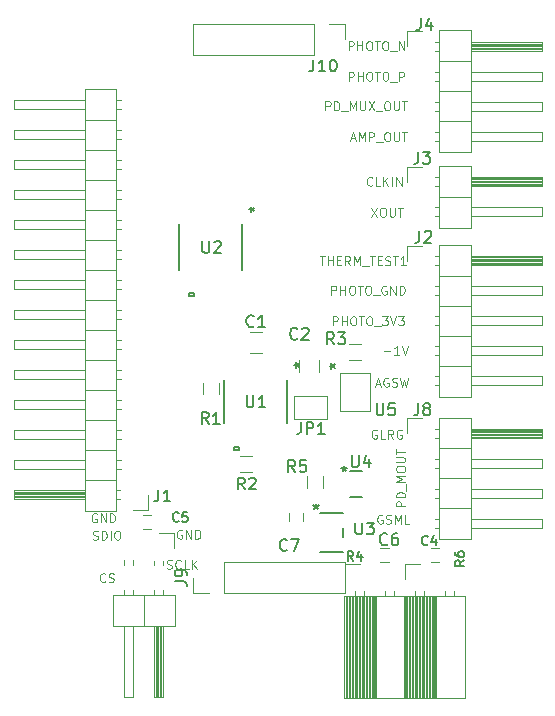
<source format=gto>
%TF.GenerationSoftware,KiCad,Pcbnew,(5.1.6-0-10_14)*%
%TF.CreationDate,2021-04-14T19:14:16+09:00*%
%TF.ProjectId,qPCR-photosensing,71504352-2d70-4686-9f74-6f73656e7369,rev?*%
%TF.SameCoordinates,Original*%
%TF.FileFunction,Legend,Top*%
%TF.FilePolarity,Positive*%
%FSLAX46Y46*%
G04 Gerber Fmt 4.6, Leading zero omitted, Abs format (unit mm)*
G04 Created by KiCad (PCBNEW (5.1.6-0-10_14)) date 2021-04-14 19:14:16*
%MOMM*%
%LPD*%
G01*
G04 APERTURE LIST*
%ADD10C,0.125000*%
%ADD11C,0.152400*%
%ADD12C,0.120000*%
%ADD13C,0.150000*%
G04 APERTURE END LIST*
D10*
X107807142Y-104725000D02*
X107735714Y-104689285D01*
X107628571Y-104689285D01*
X107521428Y-104725000D01*
X107450000Y-104796428D01*
X107414285Y-104867857D01*
X107378571Y-105010714D01*
X107378571Y-105117857D01*
X107414285Y-105260714D01*
X107450000Y-105332142D01*
X107521428Y-105403571D01*
X107628571Y-105439285D01*
X107700000Y-105439285D01*
X107807142Y-105403571D01*
X107842857Y-105367857D01*
X107842857Y-105117857D01*
X107700000Y-105117857D01*
X108128571Y-105403571D02*
X108235714Y-105439285D01*
X108414285Y-105439285D01*
X108485714Y-105403571D01*
X108521428Y-105367857D01*
X108557142Y-105296428D01*
X108557142Y-105225000D01*
X108521428Y-105153571D01*
X108485714Y-105117857D01*
X108414285Y-105082142D01*
X108271428Y-105046428D01*
X108200000Y-105010714D01*
X108164285Y-104975000D01*
X108128571Y-104903571D01*
X108128571Y-104832142D01*
X108164285Y-104760714D01*
X108200000Y-104725000D01*
X108271428Y-104689285D01*
X108450000Y-104689285D01*
X108557142Y-104725000D01*
X108878571Y-105439285D02*
X108878571Y-104689285D01*
X109128571Y-105225000D01*
X109378571Y-104689285D01*
X109378571Y-105439285D01*
X110092857Y-105439285D02*
X109735714Y-105439285D01*
X109735714Y-104689285D01*
X109739285Y-103957142D02*
X108989285Y-103957142D01*
X108989285Y-103671428D01*
X109025000Y-103600000D01*
X109060714Y-103564285D01*
X109132142Y-103528571D01*
X109239285Y-103528571D01*
X109310714Y-103564285D01*
X109346428Y-103600000D01*
X109382142Y-103671428D01*
X109382142Y-103957142D01*
X109739285Y-103207142D02*
X108989285Y-103207142D01*
X108989285Y-103028571D01*
X109025000Y-102921428D01*
X109096428Y-102850000D01*
X109167857Y-102814285D01*
X109310714Y-102778571D01*
X109417857Y-102778571D01*
X109560714Y-102814285D01*
X109632142Y-102850000D01*
X109703571Y-102921428D01*
X109739285Y-103028571D01*
X109739285Y-103207142D01*
X109810714Y-102635714D02*
X109810714Y-102064285D01*
X109739285Y-101885714D02*
X108989285Y-101885714D01*
X109525000Y-101635714D01*
X108989285Y-101385714D01*
X109739285Y-101385714D01*
X108989285Y-100885714D02*
X108989285Y-100742857D01*
X109025000Y-100671428D01*
X109096428Y-100600000D01*
X109239285Y-100564285D01*
X109489285Y-100564285D01*
X109632142Y-100600000D01*
X109703571Y-100671428D01*
X109739285Y-100742857D01*
X109739285Y-100885714D01*
X109703571Y-100957142D01*
X109632142Y-101028571D01*
X109489285Y-101064285D01*
X109239285Y-101064285D01*
X109096428Y-101028571D01*
X109025000Y-100957142D01*
X108989285Y-100885714D01*
X108989285Y-100242857D02*
X109596428Y-100242857D01*
X109667857Y-100207142D01*
X109703571Y-100171428D01*
X109739285Y-100100000D01*
X109739285Y-99957142D01*
X109703571Y-99885714D01*
X109667857Y-99850000D01*
X109596428Y-99814285D01*
X108989285Y-99814285D01*
X108989285Y-99564285D02*
X108989285Y-99135714D01*
X109739285Y-99350000D02*
X108989285Y-99350000D01*
X107342857Y-97525000D02*
X107271428Y-97489285D01*
X107164285Y-97489285D01*
X107057142Y-97525000D01*
X106985714Y-97596428D01*
X106950000Y-97667857D01*
X106914285Y-97810714D01*
X106914285Y-97917857D01*
X106950000Y-98060714D01*
X106985714Y-98132142D01*
X107057142Y-98203571D01*
X107164285Y-98239285D01*
X107235714Y-98239285D01*
X107342857Y-98203571D01*
X107378571Y-98167857D01*
X107378571Y-97917857D01*
X107235714Y-97917857D01*
X108057142Y-98239285D02*
X107700000Y-98239285D01*
X107700000Y-97489285D01*
X108735714Y-98239285D02*
X108485714Y-97882142D01*
X108307142Y-98239285D02*
X108307142Y-97489285D01*
X108592857Y-97489285D01*
X108664285Y-97525000D01*
X108700000Y-97560714D01*
X108735714Y-97632142D01*
X108735714Y-97739285D01*
X108700000Y-97810714D01*
X108664285Y-97846428D01*
X108592857Y-97882142D01*
X108307142Y-97882142D01*
X109450000Y-97525000D02*
X109378571Y-97489285D01*
X109271428Y-97489285D01*
X109164285Y-97525000D01*
X109092857Y-97596428D01*
X109057142Y-97667857D01*
X109021428Y-97810714D01*
X109021428Y-97917857D01*
X109057142Y-98060714D01*
X109092857Y-98132142D01*
X109164285Y-98203571D01*
X109271428Y-98239285D01*
X109342857Y-98239285D01*
X109450000Y-98203571D01*
X109485714Y-98167857D01*
X109485714Y-97917857D01*
X109342857Y-97917857D01*
X107260714Y-93625000D02*
X107617857Y-93625000D01*
X107189285Y-93839285D02*
X107439285Y-93089285D01*
X107689285Y-93839285D01*
X108332142Y-93125000D02*
X108260714Y-93089285D01*
X108153571Y-93089285D01*
X108046428Y-93125000D01*
X107975000Y-93196428D01*
X107939285Y-93267857D01*
X107903571Y-93410714D01*
X107903571Y-93517857D01*
X107939285Y-93660714D01*
X107975000Y-93732142D01*
X108046428Y-93803571D01*
X108153571Y-93839285D01*
X108225000Y-93839285D01*
X108332142Y-93803571D01*
X108367857Y-93767857D01*
X108367857Y-93517857D01*
X108225000Y-93517857D01*
X108653571Y-93803571D02*
X108760714Y-93839285D01*
X108939285Y-93839285D01*
X109010714Y-93803571D01*
X109046428Y-93767857D01*
X109082142Y-93696428D01*
X109082142Y-93625000D01*
X109046428Y-93553571D01*
X109010714Y-93517857D01*
X108939285Y-93482142D01*
X108796428Y-93446428D01*
X108725000Y-93410714D01*
X108689285Y-93375000D01*
X108653571Y-93303571D01*
X108653571Y-93232142D01*
X108689285Y-93160714D01*
X108725000Y-93125000D01*
X108796428Y-93089285D01*
X108975000Y-93089285D01*
X109082142Y-93125000D01*
X109332142Y-93089285D02*
X109510714Y-93839285D01*
X109653571Y-93303571D01*
X109796428Y-93839285D01*
X109975000Y-93089285D01*
X107935714Y-90853571D02*
X108507142Y-90853571D01*
X109257142Y-91139285D02*
X108828571Y-91139285D01*
X109042857Y-91139285D02*
X109042857Y-90389285D01*
X108971428Y-90496428D01*
X108900000Y-90567857D01*
X108828571Y-90603571D01*
X109471428Y-90389285D02*
X109721428Y-91139285D01*
X109971428Y-90389285D01*
X103617857Y-88639285D02*
X103617857Y-87889285D01*
X103903571Y-87889285D01*
X103975000Y-87925000D01*
X104010714Y-87960714D01*
X104046428Y-88032142D01*
X104046428Y-88139285D01*
X104010714Y-88210714D01*
X103975000Y-88246428D01*
X103903571Y-88282142D01*
X103617857Y-88282142D01*
X104367857Y-88639285D02*
X104367857Y-87889285D01*
X104367857Y-88246428D02*
X104796428Y-88246428D01*
X104796428Y-88639285D02*
X104796428Y-87889285D01*
X105296428Y-87889285D02*
X105439285Y-87889285D01*
X105510714Y-87925000D01*
X105582142Y-87996428D01*
X105617857Y-88139285D01*
X105617857Y-88389285D01*
X105582142Y-88532142D01*
X105510714Y-88603571D01*
X105439285Y-88639285D01*
X105296428Y-88639285D01*
X105225000Y-88603571D01*
X105153571Y-88532142D01*
X105117857Y-88389285D01*
X105117857Y-88139285D01*
X105153571Y-87996428D01*
X105225000Y-87925000D01*
X105296428Y-87889285D01*
X105832142Y-87889285D02*
X106260714Y-87889285D01*
X106046428Y-88639285D02*
X106046428Y-87889285D01*
X106653571Y-87889285D02*
X106796428Y-87889285D01*
X106867857Y-87925000D01*
X106939285Y-87996428D01*
X106975000Y-88139285D01*
X106975000Y-88389285D01*
X106939285Y-88532142D01*
X106867857Y-88603571D01*
X106796428Y-88639285D01*
X106653571Y-88639285D01*
X106582142Y-88603571D01*
X106510714Y-88532142D01*
X106475000Y-88389285D01*
X106475000Y-88139285D01*
X106510714Y-87996428D01*
X106582142Y-87925000D01*
X106653571Y-87889285D01*
X107117857Y-88710714D02*
X107689285Y-88710714D01*
X107796428Y-87889285D02*
X108260714Y-87889285D01*
X108010714Y-88175000D01*
X108117857Y-88175000D01*
X108189285Y-88210714D01*
X108225000Y-88246428D01*
X108260714Y-88317857D01*
X108260714Y-88496428D01*
X108225000Y-88567857D01*
X108189285Y-88603571D01*
X108117857Y-88639285D01*
X107903571Y-88639285D01*
X107832142Y-88603571D01*
X107796428Y-88567857D01*
X108475000Y-87889285D02*
X108725000Y-88639285D01*
X108975000Y-87889285D01*
X109153571Y-87889285D02*
X109617857Y-87889285D01*
X109367857Y-88175000D01*
X109475000Y-88175000D01*
X109546428Y-88210714D01*
X109582142Y-88246428D01*
X109617857Y-88317857D01*
X109617857Y-88496428D01*
X109582142Y-88567857D01*
X109546428Y-88603571D01*
X109475000Y-88639285D01*
X109260714Y-88639285D01*
X109189285Y-88603571D01*
X109153571Y-88567857D01*
X103510714Y-86039285D02*
X103510714Y-85289285D01*
X103796428Y-85289285D01*
X103867857Y-85325000D01*
X103903571Y-85360714D01*
X103939285Y-85432142D01*
X103939285Y-85539285D01*
X103903571Y-85610714D01*
X103867857Y-85646428D01*
X103796428Y-85682142D01*
X103510714Y-85682142D01*
X104260714Y-86039285D02*
X104260714Y-85289285D01*
X104260714Y-85646428D02*
X104689285Y-85646428D01*
X104689285Y-86039285D02*
X104689285Y-85289285D01*
X105189285Y-85289285D02*
X105332142Y-85289285D01*
X105403571Y-85325000D01*
X105475000Y-85396428D01*
X105510714Y-85539285D01*
X105510714Y-85789285D01*
X105475000Y-85932142D01*
X105403571Y-86003571D01*
X105332142Y-86039285D01*
X105189285Y-86039285D01*
X105117857Y-86003571D01*
X105046428Y-85932142D01*
X105010714Y-85789285D01*
X105010714Y-85539285D01*
X105046428Y-85396428D01*
X105117857Y-85325000D01*
X105189285Y-85289285D01*
X105725000Y-85289285D02*
X106153571Y-85289285D01*
X105939285Y-86039285D02*
X105939285Y-85289285D01*
X106546428Y-85289285D02*
X106689285Y-85289285D01*
X106760714Y-85325000D01*
X106832142Y-85396428D01*
X106867857Y-85539285D01*
X106867857Y-85789285D01*
X106832142Y-85932142D01*
X106760714Y-86003571D01*
X106689285Y-86039285D01*
X106546428Y-86039285D01*
X106475000Y-86003571D01*
X106403571Y-85932142D01*
X106367857Y-85789285D01*
X106367857Y-85539285D01*
X106403571Y-85396428D01*
X106475000Y-85325000D01*
X106546428Y-85289285D01*
X107010714Y-86110714D02*
X107582142Y-86110714D01*
X108153571Y-85325000D02*
X108082142Y-85289285D01*
X107975000Y-85289285D01*
X107867857Y-85325000D01*
X107796428Y-85396428D01*
X107760714Y-85467857D01*
X107725000Y-85610714D01*
X107725000Y-85717857D01*
X107760714Y-85860714D01*
X107796428Y-85932142D01*
X107867857Y-86003571D01*
X107975000Y-86039285D01*
X108046428Y-86039285D01*
X108153571Y-86003571D01*
X108189285Y-85967857D01*
X108189285Y-85717857D01*
X108046428Y-85717857D01*
X108510714Y-86039285D02*
X108510714Y-85289285D01*
X108939285Y-86039285D01*
X108939285Y-85289285D01*
X109296428Y-86039285D02*
X109296428Y-85289285D01*
X109475000Y-85289285D01*
X109582142Y-85325000D01*
X109653571Y-85396428D01*
X109689285Y-85467857D01*
X109725000Y-85610714D01*
X109725000Y-85717857D01*
X109689285Y-85860714D01*
X109653571Y-85932142D01*
X109582142Y-86003571D01*
X109475000Y-86039285D01*
X109296428Y-86039285D01*
X102539285Y-82789285D02*
X102967857Y-82789285D01*
X102753571Y-83539285D02*
X102753571Y-82789285D01*
X103217857Y-83539285D02*
X103217857Y-82789285D01*
X103217857Y-83146428D02*
X103646428Y-83146428D01*
X103646428Y-83539285D02*
X103646428Y-82789285D01*
X104003571Y-83146428D02*
X104253571Y-83146428D01*
X104360714Y-83539285D02*
X104003571Y-83539285D01*
X104003571Y-82789285D01*
X104360714Y-82789285D01*
X105110714Y-83539285D02*
X104860714Y-83182142D01*
X104682142Y-83539285D02*
X104682142Y-82789285D01*
X104967857Y-82789285D01*
X105039285Y-82825000D01*
X105075000Y-82860714D01*
X105110714Y-82932142D01*
X105110714Y-83039285D01*
X105075000Y-83110714D01*
X105039285Y-83146428D01*
X104967857Y-83182142D01*
X104682142Y-83182142D01*
X105432142Y-83539285D02*
X105432142Y-82789285D01*
X105682142Y-83325000D01*
X105932142Y-82789285D01*
X105932142Y-83539285D01*
X106110714Y-83610714D02*
X106682142Y-83610714D01*
X106753571Y-82789285D02*
X107182142Y-82789285D01*
X106967857Y-83539285D02*
X106967857Y-82789285D01*
X107432142Y-83146428D02*
X107682142Y-83146428D01*
X107789285Y-83539285D02*
X107432142Y-83539285D01*
X107432142Y-82789285D01*
X107789285Y-82789285D01*
X108075000Y-83503571D02*
X108182142Y-83539285D01*
X108360714Y-83539285D01*
X108432142Y-83503571D01*
X108467857Y-83467857D01*
X108503571Y-83396428D01*
X108503571Y-83325000D01*
X108467857Y-83253571D01*
X108432142Y-83217857D01*
X108360714Y-83182142D01*
X108217857Y-83146428D01*
X108146428Y-83110714D01*
X108110714Y-83075000D01*
X108075000Y-83003571D01*
X108075000Y-82932142D01*
X108110714Y-82860714D01*
X108146428Y-82825000D01*
X108217857Y-82789285D01*
X108396428Y-82789285D01*
X108503571Y-82825000D01*
X108717857Y-82789285D02*
X109146428Y-82789285D01*
X108932142Y-83539285D02*
X108932142Y-82789285D01*
X109789285Y-83539285D02*
X109360714Y-83539285D01*
X109575000Y-83539285D02*
X109575000Y-82789285D01*
X109503571Y-82896428D01*
X109432142Y-82967857D01*
X109360714Y-83003571D01*
X106878571Y-78689285D02*
X107378571Y-79439285D01*
X107378571Y-78689285D02*
X106878571Y-79439285D01*
X107807142Y-78689285D02*
X107950000Y-78689285D01*
X108021428Y-78725000D01*
X108092857Y-78796428D01*
X108128571Y-78939285D01*
X108128571Y-79189285D01*
X108092857Y-79332142D01*
X108021428Y-79403571D01*
X107950000Y-79439285D01*
X107807142Y-79439285D01*
X107735714Y-79403571D01*
X107664285Y-79332142D01*
X107628571Y-79189285D01*
X107628571Y-78939285D01*
X107664285Y-78796428D01*
X107735714Y-78725000D01*
X107807142Y-78689285D01*
X108450000Y-78689285D02*
X108450000Y-79296428D01*
X108485714Y-79367857D01*
X108521428Y-79403571D01*
X108592857Y-79439285D01*
X108735714Y-79439285D01*
X108807142Y-79403571D01*
X108842857Y-79367857D01*
X108878571Y-79296428D01*
X108878571Y-78689285D01*
X109128571Y-78689285D02*
X109557142Y-78689285D01*
X109342857Y-79439285D02*
X109342857Y-78689285D01*
X106982142Y-76767857D02*
X106946428Y-76803571D01*
X106839285Y-76839285D01*
X106767857Y-76839285D01*
X106660714Y-76803571D01*
X106589285Y-76732142D01*
X106553571Y-76660714D01*
X106517857Y-76517857D01*
X106517857Y-76410714D01*
X106553571Y-76267857D01*
X106589285Y-76196428D01*
X106660714Y-76125000D01*
X106767857Y-76089285D01*
X106839285Y-76089285D01*
X106946428Y-76125000D01*
X106982142Y-76160714D01*
X107660714Y-76839285D02*
X107303571Y-76839285D01*
X107303571Y-76089285D01*
X107910714Y-76839285D02*
X107910714Y-76089285D01*
X108339285Y-76839285D02*
X108017857Y-76410714D01*
X108339285Y-76089285D02*
X107910714Y-76517857D01*
X108660714Y-76839285D02*
X108660714Y-76089285D01*
X109017857Y-76839285D02*
X109017857Y-76089285D01*
X109446428Y-76839285D01*
X109446428Y-76089285D01*
X105160714Y-72825000D02*
X105517857Y-72825000D01*
X105089285Y-73039285D02*
X105339285Y-72289285D01*
X105589285Y-73039285D01*
X105839285Y-73039285D02*
X105839285Y-72289285D01*
X106089285Y-72825000D01*
X106339285Y-72289285D01*
X106339285Y-73039285D01*
X106696428Y-73039285D02*
X106696428Y-72289285D01*
X106982142Y-72289285D01*
X107053571Y-72325000D01*
X107089285Y-72360714D01*
X107125000Y-72432142D01*
X107125000Y-72539285D01*
X107089285Y-72610714D01*
X107053571Y-72646428D01*
X106982142Y-72682142D01*
X106696428Y-72682142D01*
X107267857Y-73110714D02*
X107839285Y-73110714D01*
X108160714Y-72289285D02*
X108303571Y-72289285D01*
X108375000Y-72325000D01*
X108446428Y-72396428D01*
X108482142Y-72539285D01*
X108482142Y-72789285D01*
X108446428Y-72932142D01*
X108375000Y-73003571D01*
X108303571Y-73039285D01*
X108160714Y-73039285D01*
X108089285Y-73003571D01*
X108017857Y-72932142D01*
X107982142Y-72789285D01*
X107982142Y-72539285D01*
X108017857Y-72396428D01*
X108089285Y-72325000D01*
X108160714Y-72289285D01*
X108803571Y-72289285D02*
X108803571Y-72896428D01*
X108839285Y-72967857D01*
X108875000Y-73003571D01*
X108946428Y-73039285D01*
X109089285Y-73039285D01*
X109160714Y-73003571D01*
X109196428Y-72967857D01*
X109232142Y-72896428D01*
X109232142Y-72289285D01*
X109482142Y-72289285D02*
X109910714Y-72289285D01*
X109696428Y-73039285D02*
X109696428Y-72289285D01*
X103007142Y-70439285D02*
X103007142Y-69689285D01*
X103292857Y-69689285D01*
X103364285Y-69725000D01*
X103400000Y-69760714D01*
X103435714Y-69832142D01*
X103435714Y-69939285D01*
X103400000Y-70010714D01*
X103364285Y-70046428D01*
X103292857Y-70082142D01*
X103007142Y-70082142D01*
X103757142Y-70439285D02*
X103757142Y-69689285D01*
X103935714Y-69689285D01*
X104042857Y-69725000D01*
X104114285Y-69796428D01*
X104150000Y-69867857D01*
X104185714Y-70010714D01*
X104185714Y-70117857D01*
X104150000Y-70260714D01*
X104114285Y-70332142D01*
X104042857Y-70403571D01*
X103935714Y-70439285D01*
X103757142Y-70439285D01*
X104328571Y-70510714D02*
X104900000Y-70510714D01*
X105078571Y-70439285D02*
X105078571Y-69689285D01*
X105328571Y-70225000D01*
X105578571Y-69689285D01*
X105578571Y-70439285D01*
X105935714Y-69689285D02*
X105935714Y-70296428D01*
X105971428Y-70367857D01*
X106007142Y-70403571D01*
X106078571Y-70439285D01*
X106221428Y-70439285D01*
X106292857Y-70403571D01*
X106328571Y-70367857D01*
X106364285Y-70296428D01*
X106364285Y-69689285D01*
X106650000Y-69689285D02*
X107150000Y-70439285D01*
X107150000Y-69689285D02*
X106650000Y-70439285D01*
X107257142Y-70510714D02*
X107828571Y-70510714D01*
X108150000Y-69689285D02*
X108292857Y-69689285D01*
X108364285Y-69725000D01*
X108435714Y-69796428D01*
X108471428Y-69939285D01*
X108471428Y-70189285D01*
X108435714Y-70332142D01*
X108364285Y-70403571D01*
X108292857Y-70439285D01*
X108150000Y-70439285D01*
X108078571Y-70403571D01*
X108007142Y-70332142D01*
X107971428Y-70189285D01*
X107971428Y-69939285D01*
X108007142Y-69796428D01*
X108078571Y-69725000D01*
X108150000Y-69689285D01*
X108792857Y-69689285D02*
X108792857Y-70296428D01*
X108828571Y-70367857D01*
X108864285Y-70403571D01*
X108935714Y-70439285D01*
X109078571Y-70439285D01*
X109150000Y-70403571D01*
X109185714Y-70367857D01*
X109221428Y-70296428D01*
X109221428Y-69689285D01*
X109471428Y-69689285D02*
X109900000Y-69689285D01*
X109685714Y-70439285D02*
X109685714Y-69689285D01*
X104978571Y-67939285D02*
X104978571Y-67189285D01*
X105264285Y-67189285D01*
X105335714Y-67225000D01*
X105371428Y-67260714D01*
X105407142Y-67332142D01*
X105407142Y-67439285D01*
X105371428Y-67510714D01*
X105335714Y-67546428D01*
X105264285Y-67582142D01*
X104978571Y-67582142D01*
X105728571Y-67939285D02*
X105728571Y-67189285D01*
X105728571Y-67546428D02*
X106157142Y-67546428D01*
X106157142Y-67939285D02*
X106157142Y-67189285D01*
X106657142Y-67189285D02*
X106800000Y-67189285D01*
X106871428Y-67225000D01*
X106942857Y-67296428D01*
X106978571Y-67439285D01*
X106978571Y-67689285D01*
X106942857Y-67832142D01*
X106871428Y-67903571D01*
X106800000Y-67939285D01*
X106657142Y-67939285D01*
X106585714Y-67903571D01*
X106514285Y-67832142D01*
X106478571Y-67689285D01*
X106478571Y-67439285D01*
X106514285Y-67296428D01*
X106585714Y-67225000D01*
X106657142Y-67189285D01*
X107192857Y-67189285D02*
X107621428Y-67189285D01*
X107407142Y-67939285D02*
X107407142Y-67189285D01*
X108014285Y-67189285D02*
X108157142Y-67189285D01*
X108228571Y-67225000D01*
X108300000Y-67296428D01*
X108335714Y-67439285D01*
X108335714Y-67689285D01*
X108300000Y-67832142D01*
X108228571Y-67903571D01*
X108157142Y-67939285D01*
X108014285Y-67939285D01*
X107942857Y-67903571D01*
X107871428Y-67832142D01*
X107835714Y-67689285D01*
X107835714Y-67439285D01*
X107871428Y-67296428D01*
X107942857Y-67225000D01*
X108014285Y-67189285D01*
X108478571Y-68010714D02*
X109050000Y-68010714D01*
X109228571Y-67939285D02*
X109228571Y-67189285D01*
X109514285Y-67189285D01*
X109585714Y-67225000D01*
X109621428Y-67260714D01*
X109657142Y-67332142D01*
X109657142Y-67439285D01*
X109621428Y-67510714D01*
X109585714Y-67546428D01*
X109514285Y-67582142D01*
X109228571Y-67582142D01*
X104960714Y-65339285D02*
X104960714Y-64589285D01*
X105246428Y-64589285D01*
X105317857Y-64625000D01*
X105353571Y-64660714D01*
X105389285Y-64732142D01*
X105389285Y-64839285D01*
X105353571Y-64910714D01*
X105317857Y-64946428D01*
X105246428Y-64982142D01*
X104960714Y-64982142D01*
X105710714Y-65339285D02*
X105710714Y-64589285D01*
X105710714Y-64946428D02*
X106139285Y-64946428D01*
X106139285Y-65339285D02*
X106139285Y-64589285D01*
X106639285Y-64589285D02*
X106782142Y-64589285D01*
X106853571Y-64625000D01*
X106925000Y-64696428D01*
X106960714Y-64839285D01*
X106960714Y-65089285D01*
X106925000Y-65232142D01*
X106853571Y-65303571D01*
X106782142Y-65339285D01*
X106639285Y-65339285D01*
X106567857Y-65303571D01*
X106496428Y-65232142D01*
X106460714Y-65089285D01*
X106460714Y-64839285D01*
X106496428Y-64696428D01*
X106567857Y-64625000D01*
X106639285Y-64589285D01*
X107175000Y-64589285D02*
X107603571Y-64589285D01*
X107389285Y-65339285D02*
X107389285Y-64589285D01*
X107996428Y-64589285D02*
X108139285Y-64589285D01*
X108210714Y-64625000D01*
X108282142Y-64696428D01*
X108317857Y-64839285D01*
X108317857Y-65089285D01*
X108282142Y-65232142D01*
X108210714Y-65303571D01*
X108139285Y-65339285D01*
X107996428Y-65339285D01*
X107925000Y-65303571D01*
X107853571Y-65232142D01*
X107817857Y-65089285D01*
X107817857Y-64839285D01*
X107853571Y-64696428D01*
X107925000Y-64625000D01*
X107996428Y-64589285D01*
X108460714Y-65410714D02*
X109032142Y-65410714D01*
X109210714Y-65339285D02*
X109210714Y-64589285D01*
X109639285Y-65339285D01*
X109639285Y-64589285D01*
X83628571Y-104615000D02*
X83557142Y-104579285D01*
X83450000Y-104579285D01*
X83342857Y-104615000D01*
X83271428Y-104686428D01*
X83235714Y-104757857D01*
X83200000Y-104900714D01*
X83200000Y-105007857D01*
X83235714Y-105150714D01*
X83271428Y-105222142D01*
X83342857Y-105293571D01*
X83450000Y-105329285D01*
X83521428Y-105329285D01*
X83628571Y-105293571D01*
X83664285Y-105257857D01*
X83664285Y-105007857D01*
X83521428Y-105007857D01*
X83985714Y-105329285D02*
X83985714Y-104579285D01*
X84414285Y-105329285D01*
X84414285Y-104579285D01*
X84771428Y-105329285D02*
X84771428Y-104579285D01*
X84950000Y-104579285D01*
X85057142Y-104615000D01*
X85128571Y-104686428D01*
X85164285Y-104757857D01*
X85200000Y-104900714D01*
X85200000Y-105007857D01*
X85164285Y-105150714D01*
X85128571Y-105222142D01*
X85057142Y-105293571D01*
X84950000Y-105329285D01*
X84771428Y-105329285D01*
X89582142Y-109233571D02*
X89689285Y-109269285D01*
X89867857Y-109269285D01*
X89939285Y-109233571D01*
X89975000Y-109197857D01*
X90010714Y-109126428D01*
X90010714Y-109055000D01*
X89975000Y-108983571D01*
X89939285Y-108947857D01*
X89867857Y-108912142D01*
X89725000Y-108876428D01*
X89653571Y-108840714D01*
X89617857Y-108805000D01*
X89582142Y-108733571D01*
X89582142Y-108662142D01*
X89617857Y-108590714D01*
X89653571Y-108555000D01*
X89725000Y-108519285D01*
X89903571Y-108519285D01*
X90010714Y-108555000D01*
X90760714Y-109197857D02*
X90725000Y-109233571D01*
X90617857Y-109269285D01*
X90546428Y-109269285D01*
X90439285Y-109233571D01*
X90367857Y-109162142D01*
X90332142Y-109090714D01*
X90296428Y-108947857D01*
X90296428Y-108840714D01*
X90332142Y-108697857D01*
X90367857Y-108626428D01*
X90439285Y-108555000D01*
X90546428Y-108519285D01*
X90617857Y-108519285D01*
X90725000Y-108555000D01*
X90760714Y-108590714D01*
X91439285Y-109269285D02*
X91082142Y-109269285D01*
X91082142Y-108519285D01*
X91689285Y-109269285D02*
X91689285Y-108519285D01*
X92117857Y-109269285D02*
X91796428Y-108840714D01*
X92117857Y-108519285D02*
X91689285Y-108947857D01*
X84365000Y-110307857D02*
X84329285Y-110343571D01*
X84222142Y-110379285D01*
X84150714Y-110379285D01*
X84043571Y-110343571D01*
X83972142Y-110272142D01*
X83936428Y-110200714D01*
X83900714Y-110057857D01*
X83900714Y-109950714D01*
X83936428Y-109807857D01*
X83972142Y-109736428D01*
X84043571Y-109665000D01*
X84150714Y-109629285D01*
X84222142Y-109629285D01*
X84329285Y-109665000D01*
X84365000Y-109700714D01*
X84650714Y-110343571D02*
X84757857Y-110379285D01*
X84936428Y-110379285D01*
X85007857Y-110343571D01*
X85043571Y-110307857D01*
X85079285Y-110236428D01*
X85079285Y-110165000D01*
X85043571Y-110093571D01*
X85007857Y-110057857D01*
X84936428Y-110022142D01*
X84793571Y-109986428D01*
X84722142Y-109950714D01*
X84686428Y-109915000D01*
X84650714Y-109843571D01*
X84650714Y-109772142D01*
X84686428Y-109700714D01*
X84722142Y-109665000D01*
X84793571Y-109629285D01*
X84972142Y-109629285D01*
X85079285Y-109665000D01*
X83319285Y-106763571D02*
X83426428Y-106799285D01*
X83605000Y-106799285D01*
X83676428Y-106763571D01*
X83712142Y-106727857D01*
X83747857Y-106656428D01*
X83747857Y-106585000D01*
X83712142Y-106513571D01*
X83676428Y-106477857D01*
X83605000Y-106442142D01*
X83462142Y-106406428D01*
X83390714Y-106370714D01*
X83355000Y-106335000D01*
X83319285Y-106263571D01*
X83319285Y-106192142D01*
X83355000Y-106120714D01*
X83390714Y-106085000D01*
X83462142Y-106049285D01*
X83640714Y-106049285D01*
X83747857Y-106085000D01*
X84069285Y-106799285D02*
X84069285Y-106049285D01*
X84247857Y-106049285D01*
X84355000Y-106085000D01*
X84426428Y-106156428D01*
X84462142Y-106227857D01*
X84497857Y-106370714D01*
X84497857Y-106477857D01*
X84462142Y-106620714D01*
X84426428Y-106692142D01*
X84355000Y-106763571D01*
X84247857Y-106799285D01*
X84069285Y-106799285D01*
X84819285Y-106799285D02*
X84819285Y-106049285D01*
X85319285Y-106049285D02*
X85462142Y-106049285D01*
X85533571Y-106085000D01*
X85605000Y-106156428D01*
X85640714Y-106299285D01*
X85640714Y-106549285D01*
X85605000Y-106692142D01*
X85533571Y-106763571D01*
X85462142Y-106799285D01*
X85319285Y-106799285D01*
X85247857Y-106763571D01*
X85176428Y-106692142D01*
X85140714Y-106549285D01*
X85140714Y-106299285D01*
X85176428Y-106156428D01*
X85247857Y-106085000D01*
X85319285Y-106049285D01*
X90848571Y-106015000D02*
X90777142Y-105979285D01*
X90670000Y-105979285D01*
X90562857Y-106015000D01*
X90491428Y-106086428D01*
X90455714Y-106157857D01*
X90420000Y-106300714D01*
X90420000Y-106407857D01*
X90455714Y-106550714D01*
X90491428Y-106622142D01*
X90562857Y-106693571D01*
X90670000Y-106729285D01*
X90741428Y-106729285D01*
X90848571Y-106693571D01*
X90884285Y-106657857D01*
X90884285Y-106407857D01*
X90741428Y-106407857D01*
X91205714Y-106729285D02*
X91205714Y-105979285D01*
X91634285Y-106729285D01*
X91634285Y-105979285D01*
X91991428Y-106729285D02*
X91991428Y-105979285D01*
X92170000Y-105979285D01*
X92277142Y-106015000D01*
X92348571Y-106086428D01*
X92384285Y-106157857D01*
X92420000Y-106300714D01*
X92420000Y-106407857D01*
X92384285Y-106550714D01*
X92348571Y-106622142D01*
X92277142Y-106693571D01*
X92170000Y-106729285D01*
X91991428Y-106729285D01*
D11*
%TO.C,U2*%
X90620300Y-80058976D02*
X90620300Y-83941024D01*
X95979700Y-83941024D02*
X95979700Y-80058976D01*
X91865499Y-86165600D02*
X91484499Y-86165600D01*
X91484499Y-86165600D02*
X91484499Y-85911600D01*
X91484499Y-85911600D02*
X91865499Y-85911600D01*
X91865499Y-85911600D02*
X91865499Y-86165600D01*
D12*
%TO.C,C1*%
X96600000Y-90950000D02*
X97600000Y-90950000D01*
X97600000Y-89250000D02*
X96600000Y-89250000D01*
%TO.C,C4*%
X112650000Y-108700000D02*
X111950000Y-108700000D01*
X111950000Y-107500000D02*
X112650000Y-107500000D01*
%TO.C,C5*%
X87550000Y-104700000D02*
X88250000Y-104700000D01*
X88250000Y-105900000D02*
X87550000Y-105900000D01*
%TO.C,C6*%
X108350000Y-108700000D02*
X107650000Y-108700000D01*
X107650000Y-107500000D02*
X108350000Y-107500000D01*
%TO.C,C7*%
X101100000Y-104550000D02*
X101100000Y-105250000D01*
X99900000Y-105250000D02*
X99900000Y-104550000D01*
%TO.C,R1*%
X93980000Y-93500000D02*
X93980000Y-94500000D01*
X92620000Y-94500000D02*
X92620000Y-93500000D01*
%TO.C,R2*%
X96800000Y-101080000D02*
X95800000Y-101080000D01*
X95800000Y-99720000D02*
X96800000Y-99720000D01*
%TO.C,R3*%
X105000000Y-90220000D02*
X106000000Y-90220000D01*
X106000000Y-91580000D02*
X105000000Y-91580000D01*
D11*
%TO.C,U1*%
X94420300Y-93260576D02*
X94420300Y-96939424D01*
X99779700Y-96939424D02*
X99779700Y-93260576D01*
X95665499Y-99164000D02*
X95284499Y-99164000D01*
X95284499Y-99164000D02*
X95284499Y-98910000D01*
X95284499Y-98910000D02*
X95665499Y-98910000D01*
X95665499Y-98910000D02*
X95665499Y-99164000D01*
D12*
%TO.C,J1*%
X88000000Y-104270000D02*
X86730000Y-104270000D01*
X88000000Y-103000000D02*
X88000000Y-104270000D01*
X85687071Y-69600000D02*
X85290000Y-69600000D01*
X85687071Y-70360000D02*
X85290000Y-70360000D01*
X76630000Y-69600000D02*
X82630000Y-69600000D01*
X76630000Y-70360000D02*
X76630000Y-69600000D01*
X82630000Y-70360000D02*
X76630000Y-70360000D01*
X85290000Y-71250000D02*
X82630000Y-71250000D01*
X85687071Y-72140000D02*
X85290000Y-72140000D01*
X85687071Y-72900000D02*
X85290000Y-72900000D01*
X76630000Y-72140000D02*
X82630000Y-72140000D01*
X76630000Y-72900000D02*
X76630000Y-72140000D01*
X82630000Y-72900000D02*
X76630000Y-72900000D01*
X85290000Y-73790000D02*
X82630000Y-73790000D01*
X85687071Y-74680000D02*
X85290000Y-74680000D01*
X85687071Y-75440000D02*
X85290000Y-75440000D01*
X76630000Y-74680000D02*
X82630000Y-74680000D01*
X76630000Y-75440000D02*
X76630000Y-74680000D01*
X82630000Y-75440000D02*
X76630000Y-75440000D01*
X85290000Y-76330000D02*
X82630000Y-76330000D01*
X85687071Y-77220000D02*
X85290000Y-77220000D01*
X85687071Y-77980000D02*
X85290000Y-77980000D01*
X76630000Y-77220000D02*
X82630000Y-77220000D01*
X76630000Y-77980000D02*
X76630000Y-77220000D01*
X82630000Y-77980000D02*
X76630000Y-77980000D01*
X85290000Y-78870000D02*
X82630000Y-78870000D01*
X85687071Y-79760000D02*
X85290000Y-79760000D01*
X85687071Y-80520000D02*
X85290000Y-80520000D01*
X76630000Y-79760000D02*
X82630000Y-79760000D01*
X76630000Y-80520000D02*
X76630000Y-79760000D01*
X82630000Y-80520000D02*
X76630000Y-80520000D01*
X85290000Y-81410000D02*
X82630000Y-81410000D01*
X85687071Y-82300000D02*
X85290000Y-82300000D01*
X85687071Y-83060000D02*
X85290000Y-83060000D01*
X76630000Y-82300000D02*
X82630000Y-82300000D01*
X76630000Y-83060000D02*
X76630000Y-82300000D01*
X82630000Y-83060000D02*
X76630000Y-83060000D01*
X85290000Y-83950000D02*
X82630000Y-83950000D01*
X85687071Y-84840000D02*
X85290000Y-84840000D01*
X85687071Y-85600000D02*
X85290000Y-85600000D01*
X76630000Y-84840000D02*
X82630000Y-84840000D01*
X76630000Y-85600000D02*
X76630000Y-84840000D01*
X82630000Y-85600000D02*
X76630000Y-85600000D01*
X85290000Y-86490000D02*
X82630000Y-86490000D01*
X85687071Y-87380000D02*
X85290000Y-87380000D01*
X85687071Y-88140000D02*
X85290000Y-88140000D01*
X76630000Y-87380000D02*
X82630000Y-87380000D01*
X76630000Y-88140000D02*
X76630000Y-87380000D01*
X82630000Y-88140000D02*
X76630000Y-88140000D01*
X85290000Y-89030000D02*
X82630000Y-89030000D01*
X85687071Y-89920000D02*
X85290000Y-89920000D01*
X85687071Y-90680000D02*
X85290000Y-90680000D01*
X76630000Y-89920000D02*
X82630000Y-89920000D01*
X76630000Y-90680000D02*
X76630000Y-89920000D01*
X82630000Y-90680000D02*
X76630000Y-90680000D01*
X85290000Y-91570000D02*
X82630000Y-91570000D01*
X85687071Y-92460000D02*
X85290000Y-92460000D01*
X85687071Y-93220000D02*
X85290000Y-93220000D01*
X76630000Y-92460000D02*
X82630000Y-92460000D01*
X76630000Y-93220000D02*
X76630000Y-92460000D01*
X82630000Y-93220000D02*
X76630000Y-93220000D01*
X85290000Y-94110000D02*
X82630000Y-94110000D01*
X85687071Y-95000000D02*
X85290000Y-95000000D01*
X85687071Y-95760000D02*
X85290000Y-95760000D01*
X76630000Y-95000000D02*
X82630000Y-95000000D01*
X76630000Y-95760000D02*
X76630000Y-95000000D01*
X82630000Y-95760000D02*
X76630000Y-95760000D01*
X85290000Y-96650000D02*
X82630000Y-96650000D01*
X85687071Y-97540000D02*
X85290000Y-97540000D01*
X85687071Y-98300000D02*
X85290000Y-98300000D01*
X76630000Y-97540000D02*
X82630000Y-97540000D01*
X76630000Y-98300000D02*
X76630000Y-97540000D01*
X82630000Y-98300000D02*
X76630000Y-98300000D01*
X85290000Y-99190000D02*
X82630000Y-99190000D01*
X85687071Y-100080000D02*
X85290000Y-100080000D01*
X85687071Y-100840000D02*
X85290000Y-100840000D01*
X76630000Y-100080000D02*
X82630000Y-100080000D01*
X76630000Y-100840000D02*
X76630000Y-100080000D01*
X82630000Y-100840000D02*
X76630000Y-100840000D01*
X85290000Y-101730000D02*
X82630000Y-101730000D01*
X85620000Y-102620000D02*
X85290000Y-102620000D01*
X85620000Y-103380000D02*
X85290000Y-103380000D01*
X82630000Y-102720000D02*
X76630000Y-102720000D01*
X82630000Y-102840000D02*
X76630000Y-102840000D01*
X82630000Y-102960000D02*
X76630000Y-102960000D01*
X82630000Y-103080000D02*
X76630000Y-103080000D01*
X82630000Y-103200000D02*
X76630000Y-103200000D01*
X82630000Y-103320000D02*
X76630000Y-103320000D01*
X76630000Y-102620000D02*
X82630000Y-102620000D01*
X76630000Y-103380000D02*
X76630000Y-102620000D01*
X82630000Y-103380000D02*
X76630000Y-103380000D01*
X82630000Y-104330000D02*
X85290000Y-104330000D01*
X82630000Y-68650000D02*
X82630000Y-104330000D01*
X85290000Y-68650000D02*
X82630000Y-68650000D01*
X85290000Y-104330000D02*
X85290000Y-68650000D01*
%TO.C,R6*%
X109650000Y-111590000D02*
X112250000Y-111590000D01*
X112250000Y-111590000D02*
X112250000Y-120220000D01*
X112250000Y-120220000D02*
X109650000Y-120220000D01*
X109650000Y-120220000D02*
X109650000Y-111590000D01*
X110600000Y-111160000D02*
X110600000Y-111590000D01*
X111360000Y-111160000D02*
X111360000Y-111590000D01*
X109830000Y-111590000D02*
X109830000Y-120220000D01*
X109950000Y-111590000D02*
X109950000Y-120220000D01*
X110070000Y-111590000D02*
X110070000Y-120220000D01*
X110190000Y-111590000D02*
X110190000Y-120220000D01*
X110310000Y-111590000D02*
X110310000Y-120220000D01*
X110430000Y-111590000D02*
X110430000Y-120220000D01*
X110550000Y-111590000D02*
X110550000Y-120220000D01*
X110670000Y-111590000D02*
X110670000Y-120220000D01*
X110790000Y-111590000D02*
X110790000Y-120220000D01*
X110910000Y-111590000D02*
X110910000Y-120220000D01*
X111030000Y-111590000D02*
X111030000Y-120220000D01*
X111150000Y-111590000D02*
X111150000Y-120220000D01*
X111270000Y-111590000D02*
X111270000Y-120220000D01*
X111390000Y-111590000D02*
X111390000Y-120220000D01*
X111510000Y-111590000D02*
X111510000Y-120220000D01*
X111630000Y-111590000D02*
X111630000Y-120220000D01*
X111750000Y-111590000D02*
X111750000Y-120220000D01*
X111870000Y-111590000D02*
X111870000Y-120220000D01*
X111990000Y-111590000D02*
X111990000Y-120220000D01*
X112110000Y-111590000D02*
X112110000Y-120220000D01*
X112230000Y-111590000D02*
X112230000Y-120220000D01*
X112350000Y-111590000D02*
X112350000Y-120220000D01*
X112250000Y-111590000D02*
X114850000Y-111590000D01*
X114850000Y-111590000D02*
X114850000Y-120220000D01*
X114850000Y-120220000D02*
X112250000Y-120220000D01*
X112250000Y-120220000D02*
X112250000Y-111590000D01*
X113140000Y-111160000D02*
X113140000Y-111590000D01*
X113900000Y-111160000D02*
X113900000Y-111590000D01*
X109710000Y-110130000D02*
X109710000Y-108860000D01*
X109710000Y-108860000D02*
X110980000Y-108860000D01*
%TO.C,JSPI1*%
X90170000Y-106190000D02*
X90170000Y-107460000D01*
X88900000Y-106190000D02*
X90170000Y-106190000D01*
X85980000Y-108502929D02*
X85980000Y-108957071D01*
X86740000Y-108502929D02*
X86740000Y-108957071D01*
X85980000Y-111042929D02*
X85980000Y-111440000D01*
X86740000Y-111042929D02*
X86740000Y-111440000D01*
X85980000Y-120100000D02*
X85980000Y-114100000D01*
X86740000Y-120100000D02*
X85980000Y-120100000D01*
X86740000Y-114100000D02*
X86740000Y-120100000D01*
X87630000Y-111440000D02*
X87630000Y-114100000D01*
X88520000Y-108570000D02*
X88520000Y-108957071D01*
X89280000Y-108570000D02*
X89280000Y-108957071D01*
X88520000Y-111042929D02*
X88520000Y-111440000D01*
X89280000Y-111042929D02*
X89280000Y-111440000D01*
X88620000Y-114100000D02*
X88620000Y-120100000D01*
X88740000Y-114100000D02*
X88740000Y-120100000D01*
X88860000Y-114100000D02*
X88860000Y-120100000D01*
X88980000Y-114100000D02*
X88980000Y-120100000D01*
X89100000Y-114100000D02*
X89100000Y-120100000D01*
X89220000Y-114100000D02*
X89220000Y-120100000D01*
X88520000Y-120100000D02*
X88520000Y-114100000D01*
X89280000Y-120100000D02*
X88520000Y-120100000D01*
X89280000Y-114100000D02*
X89280000Y-120100000D01*
X90230000Y-114100000D02*
X90230000Y-111440000D01*
X85030000Y-114100000D02*
X90230000Y-114100000D01*
X85030000Y-111440000D02*
X85030000Y-114100000D01*
X90230000Y-111440000D02*
X85030000Y-111440000D01*
%TO.C,C2*%
X100750000Y-91600000D02*
X100750000Y-92600000D01*
X102450000Y-92600000D02*
X102450000Y-91600000D01*
%TO.C,J2*%
X109930000Y-81930000D02*
X111200000Y-81930000D01*
X109930000Y-83200000D02*
X109930000Y-81930000D01*
X112242929Y-93740000D02*
X112640000Y-93740000D01*
X112242929Y-92980000D02*
X112640000Y-92980000D01*
X121300000Y-93740000D02*
X115300000Y-93740000D01*
X121300000Y-92980000D02*
X121300000Y-93740000D01*
X115300000Y-92980000D02*
X121300000Y-92980000D01*
X112640000Y-92090000D02*
X115300000Y-92090000D01*
X112242929Y-91200000D02*
X112640000Y-91200000D01*
X112242929Y-90440000D02*
X112640000Y-90440000D01*
X121300000Y-91200000D02*
X115300000Y-91200000D01*
X121300000Y-90440000D02*
X121300000Y-91200000D01*
X115300000Y-90440000D02*
X121300000Y-90440000D01*
X112640000Y-89550000D02*
X115300000Y-89550000D01*
X112242929Y-88660000D02*
X112640000Y-88660000D01*
X112242929Y-87900000D02*
X112640000Y-87900000D01*
X121300000Y-88660000D02*
X115300000Y-88660000D01*
X121300000Y-87900000D02*
X121300000Y-88660000D01*
X115300000Y-87900000D02*
X121300000Y-87900000D01*
X112640000Y-87010000D02*
X115300000Y-87010000D01*
X112242929Y-86120000D02*
X112640000Y-86120000D01*
X112242929Y-85360000D02*
X112640000Y-85360000D01*
X121300000Y-86120000D02*
X115300000Y-86120000D01*
X121300000Y-85360000D02*
X121300000Y-86120000D01*
X115300000Y-85360000D02*
X121300000Y-85360000D01*
X112640000Y-84470000D02*
X115300000Y-84470000D01*
X112310000Y-83580000D02*
X112640000Y-83580000D01*
X112310000Y-82820000D02*
X112640000Y-82820000D01*
X115300000Y-83480000D02*
X121300000Y-83480000D01*
X115300000Y-83360000D02*
X121300000Y-83360000D01*
X115300000Y-83240000D02*
X121300000Y-83240000D01*
X115300000Y-83120000D02*
X121300000Y-83120000D01*
X115300000Y-83000000D02*
X121300000Y-83000000D01*
X115300000Y-82880000D02*
X121300000Y-82880000D01*
X121300000Y-83580000D02*
X115300000Y-83580000D01*
X121300000Y-82820000D02*
X121300000Y-83580000D01*
X115300000Y-82820000D02*
X121300000Y-82820000D01*
X115300000Y-81870000D02*
X112640000Y-81870000D01*
X115300000Y-94690000D02*
X115300000Y-81870000D01*
X112640000Y-94690000D02*
X115300000Y-94690000D01*
X112640000Y-81870000D02*
X112640000Y-94690000D01*
%TO.C,J3*%
X109930000Y-75230000D02*
X111200000Y-75230000D01*
X109930000Y-76500000D02*
X109930000Y-75230000D01*
X112242929Y-79420000D02*
X112640000Y-79420000D01*
X112242929Y-78660000D02*
X112640000Y-78660000D01*
X121300000Y-79420000D02*
X115300000Y-79420000D01*
X121300000Y-78660000D02*
X121300000Y-79420000D01*
X115300000Y-78660000D02*
X121300000Y-78660000D01*
X112640000Y-77770000D02*
X115300000Y-77770000D01*
X112310000Y-76880000D02*
X112640000Y-76880000D01*
X112310000Y-76120000D02*
X112640000Y-76120000D01*
X115300000Y-76780000D02*
X121300000Y-76780000D01*
X115300000Y-76660000D02*
X121300000Y-76660000D01*
X115300000Y-76540000D02*
X121300000Y-76540000D01*
X115300000Y-76420000D02*
X121300000Y-76420000D01*
X115300000Y-76300000D02*
X121300000Y-76300000D01*
X115300000Y-76180000D02*
X121300000Y-76180000D01*
X121300000Y-76880000D02*
X115300000Y-76880000D01*
X121300000Y-76120000D02*
X121300000Y-76880000D01*
X115300000Y-76120000D02*
X121300000Y-76120000D01*
X115300000Y-75170000D02*
X112640000Y-75170000D01*
X115300000Y-80370000D02*
X115300000Y-75170000D01*
X112640000Y-80370000D02*
X115300000Y-80370000D01*
X112640000Y-75170000D02*
X112640000Y-80370000D01*
%TO.C,J8*%
X109930000Y-96530000D02*
X111200000Y-96530000D01*
X109930000Y-97800000D02*
X109930000Y-96530000D01*
X112242929Y-105800000D02*
X112640000Y-105800000D01*
X112242929Y-105040000D02*
X112640000Y-105040000D01*
X121300000Y-105800000D02*
X115300000Y-105800000D01*
X121300000Y-105040000D02*
X121300000Y-105800000D01*
X115300000Y-105040000D02*
X121300000Y-105040000D01*
X112640000Y-104150000D02*
X115300000Y-104150000D01*
X112242929Y-103260000D02*
X112640000Y-103260000D01*
X112242929Y-102500000D02*
X112640000Y-102500000D01*
X121300000Y-103260000D02*
X115300000Y-103260000D01*
X121300000Y-102500000D02*
X121300000Y-103260000D01*
X115300000Y-102500000D02*
X121300000Y-102500000D01*
X112640000Y-101610000D02*
X115300000Y-101610000D01*
X112242929Y-100720000D02*
X112640000Y-100720000D01*
X112242929Y-99960000D02*
X112640000Y-99960000D01*
X121300000Y-100720000D02*
X115300000Y-100720000D01*
X121300000Y-99960000D02*
X121300000Y-100720000D01*
X115300000Y-99960000D02*
X121300000Y-99960000D01*
X112640000Y-99070000D02*
X115300000Y-99070000D01*
X112310000Y-98180000D02*
X112640000Y-98180000D01*
X112310000Y-97420000D02*
X112640000Y-97420000D01*
X115300000Y-98080000D02*
X121300000Y-98080000D01*
X115300000Y-97960000D02*
X121300000Y-97960000D01*
X115300000Y-97840000D02*
X121300000Y-97840000D01*
X115300000Y-97720000D02*
X121300000Y-97720000D01*
X115300000Y-97600000D02*
X121300000Y-97600000D01*
X115300000Y-97480000D02*
X121300000Y-97480000D01*
X121300000Y-98180000D02*
X115300000Y-98180000D01*
X121300000Y-97420000D02*
X121300000Y-98180000D01*
X115300000Y-97420000D02*
X121300000Y-97420000D01*
X115300000Y-96470000D02*
X112640000Y-96470000D01*
X115300000Y-106750000D02*
X115300000Y-96470000D01*
X112640000Y-106750000D02*
X115300000Y-106750000D01*
X112640000Y-96470000D02*
X112640000Y-106750000D01*
%TO.C,J9*%
X91808000Y-111330000D02*
X91808000Y-110000000D01*
X93138000Y-111330000D02*
X91808000Y-111330000D01*
X94408000Y-111330000D02*
X94408000Y-108670000D01*
X94408000Y-108670000D02*
X104628000Y-108670000D01*
X94408000Y-111330000D02*
X104628000Y-111330000D01*
X104628000Y-111330000D02*
X104628000Y-108670000D01*
%TO.C,J10*%
X91808000Y-63110000D02*
X91808000Y-65770000D01*
X102028000Y-63110000D02*
X91808000Y-63110000D01*
X102028000Y-65770000D02*
X91808000Y-65770000D01*
X102028000Y-63110000D02*
X102028000Y-65770000D01*
X103298000Y-63110000D02*
X104628000Y-63110000D01*
X104628000Y-63110000D02*
X104628000Y-64440000D01*
%TO.C,R4*%
X104570000Y-111590000D02*
X107170000Y-111590000D01*
X107170000Y-111590000D02*
X107170000Y-120220000D01*
X107170000Y-120220000D02*
X104570000Y-120220000D01*
X104570000Y-120220000D02*
X104570000Y-111590000D01*
X105520000Y-111160000D02*
X105520000Y-111590000D01*
X106280000Y-111160000D02*
X106280000Y-111590000D01*
X104750000Y-111590000D02*
X104750000Y-120220000D01*
X104870000Y-111590000D02*
X104870000Y-120220000D01*
X104990000Y-111590000D02*
X104990000Y-120220000D01*
X105110000Y-111590000D02*
X105110000Y-120220000D01*
X105230000Y-111590000D02*
X105230000Y-120220000D01*
X105350000Y-111590000D02*
X105350000Y-120220000D01*
X105470000Y-111590000D02*
X105470000Y-120220000D01*
X105590000Y-111590000D02*
X105590000Y-120220000D01*
X105710000Y-111590000D02*
X105710000Y-120220000D01*
X105830000Y-111590000D02*
X105830000Y-120220000D01*
X105950000Y-111590000D02*
X105950000Y-120220000D01*
X106070000Y-111590000D02*
X106070000Y-120220000D01*
X106190000Y-111590000D02*
X106190000Y-120220000D01*
X106310000Y-111590000D02*
X106310000Y-120220000D01*
X106430000Y-111590000D02*
X106430000Y-120220000D01*
X106550000Y-111590000D02*
X106550000Y-120220000D01*
X106670000Y-111590000D02*
X106670000Y-120220000D01*
X106790000Y-111590000D02*
X106790000Y-120220000D01*
X106910000Y-111590000D02*
X106910000Y-120220000D01*
X107030000Y-111590000D02*
X107030000Y-120220000D01*
X107150000Y-111590000D02*
X107150000Y-120220000D01*
X107270000Y-111590000D02*
X107270000Y-120220000D01*
X107170000Y-111590000D02*
X109770000Y-111590000D01*
X109770000Y-111590000D02*
X109770000Y-120220000D01*
X109770000Y-120220000D02*
X107170000Y-120220000D01*
X107170000Y-120220000D02*
X107170000Y-111590000D01*
X108060000Y-111160000D02*
X108060000Y-111590000D01*
X108820000Y-111160000D02*
X108820000Y-111590000D01*
X104630000Y-110130000D02*
X104630000Y-108860000D01*
X104630000Y-108860000D02*
X105900000Y-108860000D01*
D11*
%TO.C,U3*%
X102522100Y-107825600D02*
X104477900Y-107825600D01*
X104477900Y-106563261D02*
X104477900Y-105836739D01*
X104477900Y-104574400D02*
X102522100Y-104574400D01*
%TO.C,U4*%
X105084000Y-101007800D02*
X106100000Y-101007800D01*
X105092000Y-103192200D02*
X106108000Y-103192200D01*
D12*
%TO.C,U5*%
X106750000Y-92700000D02*
X106750000Y-95900000D01*
X106750000Y-95900000D02*
X104250000Y-95900000D01*
X104250000Y-95900000D02*
X104250000Y-92700000D01*
X104250000Y-92700000D02*
X106800000Y-92700000D01*
%TO.C,JP1*%
X103175000Y-94600000D02*
X103175000Y-96600000D01*
X100375000Y-94600000D02*
X103175000Y-94600000D01*
X100375000Y-96600000D02*
X100375000Y-94600000D01*
X103175000Y-96600000D02*
X100375000Y-96600000D01*
%TO.C,R5*%
X102780000Y-101400000D02*
X102780000Y-102400000D01*
X101420000Y-102400000D02*
X101420000Y-101400000D01*
%TO.C,J4*%
X109930000Y-63730000D02*
X111200000Y-63730000D01*
X109930000Y-65000000D02*
X109930000Y-63730000D01*
X112242929Y-73000000D02*
X112640000Y-73000000D01*
X112242929Y-72240000D02*
X112640000Y-72240000D01*
X121300000Y-73000000D02*
X115300000Y-73000000D01*
X121300000Y-72240000D02*
X121300000Y-73000000D01*
X115300000Y-72240000D02*
X121300000Y-72240000D01*
X112640000Y-71350000D02*
X115300000Y-71350000D01*
X112242929Y-70460000D02*
X112640000Y-70460000D01*
X112242929Y-69700000D02*
X112640000Y-69700000D01*
X121300000Y-70460000D02*
X115300000Y-70460000D01*
X121300000Y-69700000D02*
X121300000Y-70460000D01*
X115300000Y-69700000D02*
X121300000Y-69700000D01*
X112640000Y-68810000D02*
X115300000Y-68810000D01*
X112242929Y-67920000D02*
X112640000Y-67920000D01*
X112242929Y-67160000D02*
X112640000Y-67160000D01*
X121300000Y-67920000D02*
X115300000Y-67920000D01*
X121300000Y-67160000D02*
X121300000Y-67920000D01*
X115300000Y-67160000D02*
X121300000Y-67160000D01*
X112640000Y-66270000D02*
X115300000Y-66270000D01*
X112310000Y-65380000D02*
X112640000Y-65380000D01*
X112310000Y-64620000D02*
X112640000Y-64620000D01*
X115300000Y-65280000D02*
X121300000Y-65280000D01*
X115300000Y-65160000D02*
X121300000Y-65160000D01*
X115300000Y-65040000D02*
X121300000Y-65040000D01*
X115300000Y-64920000D02*
X121300000Y-64920000D01*
X115300000Y-64800000D02*
X121300000Y-64800000D01*
X115300000Y-64680000D02*
X121300000Y-64680000D01*
X121300000Y-65380000D02*
X115300000Y-65380000D01*
X121300000Y-64620000D02*
X121300000Y-65380000D01*
X115300000Y-64620000D02*
X121300000Y-64620000D01*
X115300000Y-63670000D02*
X112640000Y-63670000D01*
X115300000Y-73950000D02*
X115300000Y-63670000D01*
X112640000Y-73950000D02*
X115300000Y-73950000D01*
X112640000Y-63670000D02*
X112640000Y-73950000D01*
%TO.C,U2*%
D13*
X92588095Y-81522380D02*
X92588095Y-82331904D01*
X92635714Y-82427142D01*
X92683333Y-82474761D01*
X92778571Y-82522380D01*
X92969047Y-82522380D01*
X93064285Y-82474761D01*
X93111904Y-82427142D01*
X93159523Y-82331904D01*
X93159523Y-81522380D01*
X93588095Y-81617619D02*
X93635714Y-81570000D01*
X93730952Y-81522380D01*
X93969047Y-81522380D01*
X94064285Y-81570000D01*
X94111904Y-81617619D01*
X94159523Y-81712857D01*
X94159523Y-81808095D01*
X94111904Y-81950952D01*
X93540476Y-82522380D01*
X94159523Y-82522380D01*
X96525981Y-78825000D02*
X96764077Y-78825000D01*
X96668839Y-79063095D02*
X96764077Y-78825000D01*
X96668839Y-78586904D01*
X96954553Y-78967857D02*
X96764077Y-78825000D01*
X96954553Y-78682142D01*
X96525981Y-78825000D02*
X96764077Y-78825000D01*
X96668839Y-79063095D02*
X96764077Y-78825000D01*
X96668839Y-78586904D01*
X96954553Y-78967857D02*
X96764077Y-78825000D01*
X96954553Y-78682142D01*
%TO.C,C1*%
X96933333Y-88707142D02*
X96885714Y-88754761D01*
X96742857Y-88802380D01*
X96647619Y-88802380D01*
X96504761Y-88754761D01*
X96409523Y-88659523D01*
X96361904Y-88564285D01*
X96314285Y-88373809D01*
X96314285Y-88230952D01*
X96361904Y-88040476D01*
X96409523Y-87945238D01*
X96504761Y-87850000D01*
X96647619Y-87802380D01*
X96742857Y-87802380D01*
X96885714Y-87850000D01*
X96933333Y-87897619D01*
X97885714Y-88802380D02*
X97314285Y-88802380D01*
X97600000Y-88802380D02*
X97600000Y-87802380D01*
X97504761Y-87945238D01*
X97409523Y-88040476D01*
X97314285Y-88088095D01*
%TO.C,C4*%
X111666666Y-107185714D02*
X111628571Y-107223809D01*
X111514285Y-107261904D01*
X111438095Y-107261904D01*
X111323809Y-107223809D01*
X111247619Y-107147619D01*
X111209523Y-107071428D01*
X111171428Y-106919047D01*
X111171428Y-106804761D01*
X111209523Y-106652380D01*
X111247619Y-106576190D01*
X111323809Y-106500000D01*
X111438095Y-106461904D01*
X111514285Y-106461904D01*
X111628571Y-106500000D01*
X111666666Y-106538095D01*
X112352380Y-106728571D02*
X112352380Y-107261904D01*
X112161904Y-106423809D02*
X111971428Y-106995238D01*
X112466666Y-106995238D01*
%TO.C,C5*%
X90566666Y-105185714D02*
X90528571Y-105223809D01*
X90414285Y-105261904D01*
X90338095Y-105261904D01*
X90223809Y-105223809D01*
X90147619Y-105147619D01*
X90109523Y-105071428D01*
X90071428Y-104919047D01*
X90071428Y-104804761D01*
X90109523Y-104652380D01*
X90147619Y-104576190D01*
X90223809Y-104500000D01*
X90338095Y-104461904D01*
X90414285Y-104461904D01*
X90528571Y-104500000D01*
X90566666Y-104538095D01*
X91290476Y-104461904D02*
X90909523Y-104461904D01*
X90871428Y-104842857D01*
X90909523Y-104804761D01*
X90985714Y-104766666D01*
X91176190Y-104766666D01*
X91252380Y-104804761D01*
X91290476Y-104842857D01*
X91328571Y-104919047D01*
X91328571Y-105109523D01*
X91290476Y-105185714D01*
X91252380Y-105223809D01*
X91176190Y-105261904D01*
X90985714Y-105261904D01*
X90909523Y-105223809D01*
X90871428Y-105185714D01*
%TO.C,C6*%
X108233333Y-107157142D02*
X108185714Y-107204761D01*
X108042857Y-107252380D01*
X107947619Y-107252380D01*
X107804761Y-107204761D01*
X107709523Y-107109523D01*
X107661904Y-107014285D01*
X107614285Y-106823809D01*
X107614285Y-106680952D01*
X107661904Y-106490476D01*
X107709523Y-106395238D01*
X107804761Y-106300000D01*
X107947619Y-106252380D01*
X108042857Y-106252380D01*
X108185714Y-106300000D01*
X108233333Y-106347619D01*
X109090476Y-106252380D02*
X108900000Y-106252380D01*
X108804761Y-106300000D01*
X108757142Y-106347619D01*
X108661904Y-106490476D01*
X108614285Y-106680952D01*
X108614285Y-107061904D01*
X108661904Y-107157142D01*
X108709523Y-107204761D01*
X108804761Y-107252380D01*
X108995238Y-107252380D01*
X109090476Y-107204761D01*
X109138095Y-107157142D01*
X109185714Y-107061904D01*
X109185714Y-106823809D01*
X109138095Y-106728571D01*
X109090476Y-106680952D01*
X108995238Y-106633333D01*
X108804761Y-106633333D01*
X108709523Y-106680952D01*
X108661904Y-106728571D01*
X108614285Y-106823809D01*
%TO.C,C7*%
X99733333Y-107657142D02*
X99685714Y-107704761D01*
X99542857Y-107752380D01*
X99447619Y-107752380D01*
X99304761Y-107704761D01*
X99209523Y-107609523D01*
X99161904Y-107514285D01*
X99114285Y-107323809D01*
X99114285Y-107180952D01*
X99161904Y-106990476D01*
X99209523Y-106895238D01*
X99304761Y-106800000D01*
X99447619Y-106752380D01*
X99542857Y-106752380D01*
X99685714Y-106800000D01*
X99733333Y-106847619D01*
X100066666Y-106752380D02*
X100733333Y-106752380D01*
X100304761Y-107752380D01*
%TO.C,R1*%
X93103333Y-97002380D02*
X92770000Y-96526190D01*
X92531904Y-97002380D02*
X92531904Y-96002380D01*
X92912857Y-96002380D01*
X93008095Y-96050000D01*
X93055714Y-96097619D01*
X93103333Y-96192857D01*
X93103333Y-96335714D01*
X93055714Y-96430952D01*
X93008095Y-96478571D01*
X92912857Y-96526190D01*
X92531904Y-96526190D01*
X94055714Y-97002380D02*
X93484285Y-97002380D01*
X93770000Y-97002380D02*
X93770000Y-96002380D01*
X93674761Y-96145238D01*
X93579523Y-96240476D01*
X93484285Y-96288095D01*
%TO.C,R2*%
X96163333Y-102542380D02*
X95830000Y-102066190D01*
X95591904Y-102542380D02*
X95591904Y-101542380D01*
X95972857Y-101542380D01*
X96068095Y-101590000D01*
X96115714Y-101637619D01*
X96163333Y-101732857D01*
X96163333Y-101875714D01*
X96115714Y-101970952D01*
X96068095Y-102018571D01*
X95972857Y-102066190D01*
X95591904Y-102066190D01*
X96544285Y-101637619D02*
X96591904Y-101590000D01*
X96687142Y-101542380D01*
X96925238Y-101542380D01*
X97020476Y-101590000D01*
X97068095Y-101637619D01*
X97115714Y-101732857D01*
X97115714Y-101828095D01*
X97068095Y-101970952D01*
X96496666Y-102542380D01*
X97115714Y-102542380D01*
%TO.C,R3*%
X103733333Y-90252380D02*
X103400000Y-89776190D01*
X103161904Y-90252380D02*
X103161904Y-89252380D01*
X103542857Y-89252380D01*
X103638095Y-89300000D01*
X103685714Y-89347619D01*
X103733333Y-89442857D01*
X103733333Y-89585714D01*
X103685714Y-89680952D01*
X103638095Y-89728571D01*
X103542857Y-89776190D01*
X103161904Y-89776190D01*
X104066666Y-89252380D02*
X104685714Y-89252380D01*
X104352380Y-89633333D01*
X104495238Y-89633333D01*
X104590476Y-89680952D01*
X104638095Y-89728571D01*
X104685714Y-89823809D01*
X104685714Y-90061904D01*
X104638095Y-90157142D01*
X104590476Y-90204761D01*
X104495238Y-90252380D01*
X104209523Y-90252380D01*
X104114285Y-90204761D01*
X104066666Y-90157142D01*
%TO.C,U1*%
X96338095Y-94572380D02*
X96338095Y-95381904D01*
X96385714Y-95477142D01*
X96433333Y-95524761D01*
X96528571Y-95572380D01*
X96719047Y-95572380D01*
X96814285Y-95524761D01*
X96861904Y-95477142D01*
X96909523Y-95381904D01*
X96909523Y-94572380D01*
X97909523Y-95572380D02*
X97338095Y-95572380D01*
X97623809Y-95572380D02*
X97623809Y-94572380D01*
X97528571Y-94715238D01*
X97433333Y-94810476D01*
X97338095Y-94858095D01*
X100325981Y-92026600D02*
X100564077Y-92026600D01*
X100468839Y-92264695D02*
X100564077Y-92026600D01*
X100468839Y-91788504D01*
X100754553Y-92169457D02*
X100564077Y-92026600D01*
X100754553Y-91883742D01*
X100325981Y-92026600D02*
X100564077Y-92026600D01*
X100468839Y-92264695D02*
X100564077Y-92026600D01*
X100468839Y-91788504D01*
X100754553Y-92169457D02*
X100564077Y-92026600D01*
X100754553Y-91883742D01*
%TO.C,J1*%
X88866666Y-102552380D02*
X88866666Y-103266666D01*
X88819047Y-103409523D01*
X88723809Y-103504761D01*
X88580952Y-103552380D01*
X88485714Y-103552380D01*
X89866666Y-103552380D02*
X89295238Y-103552380D01*
X89580952Y-103552380D02*
X89580952Y-102552380D01*
X89485714Y-102695238D01*
X89390476Y-102790476D01*
X89295238Y-102838095D01*
%TO.C,R6*%
X114761904Y-108533333D02*
X114380952Y-108800000D01*
X114761904Y-108990476D02*
X113961904Y-108990476D01*
X113961904Y-108685714D01*
X114000000Y-108609523D01*
X114038095Y-108571428D01*
X114114285Y-108533333D01*
X114228571Y-108533333D01*
X114304761Y-108571428D01*
X114342857Y-108609523D01*
X114380952Y-108685714D01*
X114380952Y-108990476D01*
X113961904Y-107847619D02*
X113961904Y-108000000D01*
X114000000Y-108076190D01*
X114038095Y-108114285D01*
X114152380Y-108190476D01*
X114304761Y-108228571D01*
X114609523Y-108228571D01*
X114685714Y-108190476D01*
X114723809Y-108152380D01*
X114761904Y-108076190D01*
X114761904Y-107923809D01*
X114723809Y-107847619D01*
X114685714Y-107809523D01*
X114609523Y-107771428D01*
X114419047Y-107771428D01*
X114342857Y-107809523D01*
X114304761Y-107847619D01*
X114266666Y-107923809D01*
X114266666Y-108076190D01*
X114304761Y-108152380D01*
X114342857Y-108190476D01*
X114419047Y-108228571D01*
%TO.C,C2*%
X100633333Y-89757142D02*
X100585714Y-89804761D01*
X100442857Y-89852380D01*
X100347619Y-89852380D01*
X100204761Y-89804761D01*
X100109523Y-89709523D01*
X100061904Y-89614285D01*
X100014285Y-89423809D01*
X100014285Y-89280952D01*
X100061904Y-89090476D01*
X100109523Y-88995238D01*
X100204761Y-88900000D01*
X100347619Y-88852380D01*
X100442857Y-88852380D01*
X100585714Y-88900000D01*
X100633333Y-88947619D01*
X101014285Y-88947619D02*
X101061904Y-88900000D01*
X101157142Y-88852380D01*
X101395238Y-88852380D01*
X101490476Y-88900000D01*
X101538095Y-88947619D01*
X101585714Y-89042857D01*
X101585714Y-89138095D01*
X101538095Y-89280952D01*
X100966666Y-89852380D01*
X101585714Y-89852380D01*
%TO.C,J2*%
X110966666Y-80652380D02*
X110966666Y-81366666D01*
X110919047Y-81509523D01*
X110823809Y-81604761D01*
X110680952Y-81652380D01*
X110585714Y-81652380D01*
X111395238Y-80747619D02*
X111442857Y-80700000D01*
X111538095Y-80652380D01*
X111776190Y-80652380D01*
X111871428Y-80700000D01*
X111919047Y-80747619D01*
X111966666Y-80842857D01*
X111966666Y-80938095D01*
X111919047Y-81080952D01*
X111347619Y-81652380D01*
X111966666Y-81652380D01*
%TO.C,J3*%
X110866666Y-73952380D02*
X110866666Y-74666666D01*
X110819047Y-74809523D01*
X110723809Y-74904761D01*
X110580952Y-74952380D01*
X110485714Y-74952380D01*
X111247619Y-73952380D02*
X111866666Y-73952380D01*
X111533333Y-74333333D01*
X111676190Y-74333333D01*
X111771428Y-74380952D01*
X111819047Y-74428571D01*
X111866666Y-74523809D01*
X111866666Y-74761904D01*
X111819047Y-74857142D01*
X111771428Y-74904761D01*
X111676190Y-74952380D01*
X111390476Y-74952380D01*
X111295238Y-74904761D01*
X111247619Y-74857142D01*
%TO.C,J8*%
X110866666Y-95252380D02*
X110866666Y-95966666D01*
X110819047Y-96109523D01*
X110723809Y-96204761D01*
X110580952Y-96252380D01*
X110485714Y-96252380D01*
X111485714Y-95680952D02*
X111390476Y-95633333D01*
X111342857Y-95585714D01*
X111295238Y-95490476D01*
X111295238Y-95442857D01*
X111342857Y-95347619D01*
X111390476Y-95300000D01*
X111485714Y-95252380D01*
X111676190Y-95252380D01*
X111771428Y-95300000D01*
X111819047Y-95347619D01*
X111866666Y-95442857D01*
X111866666Y-95490476D01*
X111819047Y-95585714D01*
X111771428Y-95633333D01*
X111676190Y-95680952D01*
X111485714Y-95680952D01*
X111390476Y-95728571D01*
X111342857Y-95776190D01*
X111295238Y-95871428D01*
X111295238Y-96061904D01*
X111342857Y-96157142D01*
X111390476Y-96204761D01*
X111485714Y-96252380D01*
X111676190Y-96252380D01*
X111771428Y-96204761D01*
X111819047Y-96157142D01*
X111866666Y-96061904D01*
X111866666Y-95871428D01*
X111819047Y-95776190D01*
X111771428Y-95728571D01*
X111676190Y-95680952D01*
%TO.C,J9*%
X90260380Y-110333333D02*
X90974666Y-110333333D01*
X91117523Y-110380952D01*
X91212761Y-110476190D01*
X91260380Y-110619047D01*
X91260380Y-110714285D01*
X91260380Y-109809523D02*
X91260380Y-109619047D01*
X91212761Y-109523809D01*
X91165142Y-109476190D01*
X91022285Y-109380952D01*
X90831809Y-109333333D01*
X90450857Y-109333333D01*
X90355619Y-109380952D01*
X90308000Y-109428571D01*
X90260380Y-109523809D01*
X90260380Y-109714285D01*
X90308000Y-109809523D01*
X90355619Y-109857142D01*
X90450857Y-109904761D01*
X90688952Y-109904761D01*
X90784190Y-109857142D01*
X90831809Y-109809523D01*
X90879428Y-109714285D01*
X90879428Y-109523809D01*
X90831809Y-109428571D01*
X90784190Y-109380952D01*
X90688952Y-109333333D01*
%TO.C,J10*%
X101990476Y-66152380D02*
X101990476Y-66866666D01*
X101942857Y-67009523D01*
X101847619Y-67104761D01*
X101704761Y-67152380D01*
X101609523Y-67152380D01*
X102990476Y-67152380D02*
X102419047Y-67152380D01*
X102704761Y-67152380D02*
X102704761Y-66152380D01*
X102609523Y-66295238D01*
X102514285Y-66390476D01*
X102419047Y-66438095D01*
X103609523Y-66152380D02*
X103704761Y-66152380D01*
X103800000Y-66200000D01*
X103847619Y-66247619D01*
X103895238Y-66342857D01*
X103942857Y-66533333D01*
X103942857Y-66771428D01*
X103895238Y-66961904D01*
X103847619Y-67057142D01*
X103800000Y-67104761D01*
X103704761Y-67152380D01*
X103609523Y-67152380D01*
X103514285Y-67104761D01*
X103466666Y-67057142D01*
X103419047Y-66961904D01*
X103371428Y-66771428D01*
X103371428Y-66533333D01*
X103419047Y-66342857D01*
X103466666Y-66247619D01*
X103514285Y-66200000D01*
X103609523Y-66152380D01*
%TO.C,R4*%
X105366666Y-108561904D02*
X105100000Y-108180952D01*
X104909523Y-108561904D02*
X104909523Y-107761904D01*
X105214285Y-107761904D01*
X105290476Y-107800000D01*
X105328571Y-107838095D01*
X105366666Y-107914285D01*
X105366666Y-108028571D01*
X105328571Y-108104761D01*
X105290476Y-108142857D01*
X105214285Y-108180952D01*
X104909523Y-108180952D01*
X106052380Y-108028571D02*
X106052380Y-108561904D01*
X105861904Y-107723809D02*
X105671428Y-108295238D01*
X106166666Y-108295238D01*
%TO.C,U3*%
X105538095Y-105352380D02*
X105538095Y-106161904D01*
X105585714Y-106257142D01*
X105633333Y-106304761D01*
X105728571Y-106352380D01*
X105919047Y-106352380D01*
X106014285Y-106304761D01*
X106061904Y-106257142D01*
X106109523Y-106161904D01*
X106109523Y-105352380D01*
X106490476Y-105352380D02*
X107109523Y-105352380D01*
X106776190Y-105733333D01*
X106919047Y-105733333D01*
X107014285Y-105780952D01*
X107061904Y-105828571D01*
X107109523Y-105923809D01*
X107109523Y-106161904D01*
X107061904Y-106257142D01*
X107014285Y-106304761D01*
X106919047Y-106352380D01*
X106633333Y-106352380D01*
X106538095Y-106304761D01*
X106490476Y-106257142D01*
X102200000Y-103752380D02*
X102200000Y-103990476D01*
X101961904Y-103895238D02*
X102200000Y-103990476D01*
X102438095Y-103895238D01*
X102057142Y-104180952D02*
X102200000Y-103990476D01*
X102342857Y-104180952D01*
X102200000Y-103752380D02*
X102200000Y-103990476D01*
X101961904Y-103895238D02*
X102200000Y-103990476D01*
X102438095Y-103895238D01*
X102057142Y-104180952D02*
X102200000Y-103990476D01*
X102342857Y-104180952D01*
%TO.C,U4*%
X105238095Y-99652380D02*
X105238095Y-100461904D01*
X105285714Y-100557142D01*
X105333333Y-100604761D01*
X105428571Y-100652380D01*
X105619047Y-100652380D01*
X105714285Y-100604761D01*
X105761904Y-100557142D01*
X105809523Y-100461904D01*
X105809523Y-99652380D01*
X106714285Y-99985714D02*
X106714285Y-100652380D01*
X106476190Y-99604761D02*
X106238095Y-100319047D01*
X106857142Y-100319047D01*
X104600000Y-100552380D02*
X104600000Y-100790476D01*
X104361904Y-100695238D02*
X104600000Y-100790476D01*
X104838095Y-100695238D01*
X104457142Y-100980952D02*
X104600000Y-100790476D01*
X104742857Y-100980952D01*
%TO.C,U5*%
X107338095Y-95252380D02*
X107338095Y-96061904D01*
X107385714Y-96157142D01*
X107433333Y-96204761D01*
X107528571Y-96252380D01*
X107719047Y-96252380D01*
X107814285Y-96204761D01*
X107861904Y-96157142D01*
X107909523Y-96061904D01*
X107909523Y-95252380D01*
X108861904Y-95252380D02*
X108385714Y-95252380D01*
X108338095Y-95728571D01*
X108385714Y-95680952D01*
X108480952Y-95633333D01*
X108719047Y-95633333D01*
X108814285Y-95680952D01*
X108861904Y-95728571D01*
X108909523Y-95823809D01*
X108909523Y-96061904D01*
X108861904Y-96157142D01*
X108814285Y-96204761D01*
X108719047Y-96252380D01*
X108480952Y-96252380D01*
X108385714Y-96204761D01*
X108338095Y-96157142D01*
X103352380Y-92100000D02*
X103590476Y-92100000D01*
X103495238Y-92338095D02*
X103590476Y-92100000D01*
X103495238Y-91861904D01*
X103780952Y-92242857D02*
X103590476Y-92100000D01*
X103780952Y-91957142D01*
%TO.C,JP1*%
X100941666Y-96852380D02*
X100941666Y-97566666D01*
X100894047Y-97709523D01*
X100798809Y-97804761D01*
X100655952Y-97852380D01*
X100560714Y-97852380D01*
X101417857Y-97852380D02*
X101417857Y-96852380D01*
X101798809Y-96852380D01*
X101894047Y-96900000D01*
X101941666Y-96947619D01*
X101989285Y-97042857D01*
X101989285Y-97185714D01*
X101941666Y-97280952D01*
X101894047Y-97328571D01*
X101798809Y-97376190D01*
X101417857Y-97376190D01*
X102941666Y-97852380D02*
X102370238Y-97852380D01*
X102655952Y-97852380D02*
X102655952Y-96852380D01*
X102560714Y-96995238D01*
X102465476Y-97090476D01*
X102370238Y-97138095D01*
%TO.C,R5*%
X100433333Y-101052380D02*
X100100000Y-100576190D01*
X99861904Y-101052380D02*
X99861904Y-100052380D01*
X100242857Y-100052380D01*
X100338095Y-100100000D01*
X100385714Y-100147619D01*
X100433333Y-100242857D01*
X100433333Y-100385714D01*
X100385714Y-100480952D01*
X100338095Y-100528571D01*
X100242857Y-100576190D01*
X99861904Y-100576190D01*
X101338095Y-100052380D02*
X100861904Y-100052380D01*
X100814285Y-100528571D01*
X100861904Y-100480952D01*
X100957142Y-100433333D01*
X101195238Y-100433333D01*
X101290476Y-100480952D01*
X101338095Y-100528571D01*
X101385714Y-100623809D01*
X101385714Y-100861904D01*
X101338095Y-100957142D01*
X101290476Y-101004761D01*
X101195238Y-101052380D01*
X100957142Y-101052380D01*
X100861904Y-101004761D01*
X100814285Y-100957142D01*
%TO.C,J4*%
X111066666Y-62652380D02*
X111066666Y-63366666D01*
X111019047Y-63509523D01*
X110923809Y-63604761D01*
X110780952Y-63652380D01*
X110685714Y-63652380D01*
X111971428Y-62985714D02*
X111971428Y-63652380D01*
X111733333Y-62604761D02*
X111495238Y-63319047D01*
X112114285Y-63319047D01*
%TD*%
M02*

</source>
